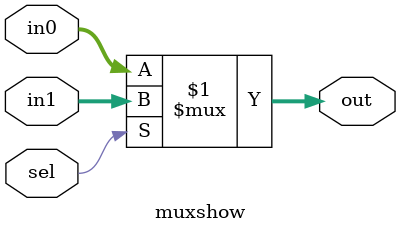
<source format=v>
`timescale 1ns / 1ps
module muxshow(in0,in1,sel,out);
	input[15:0] in0;
	input[15:0] in1;
	input sel;
	output[15:0] out;
	assign out=(sel)?in1:in0;
endmodule

</source>
